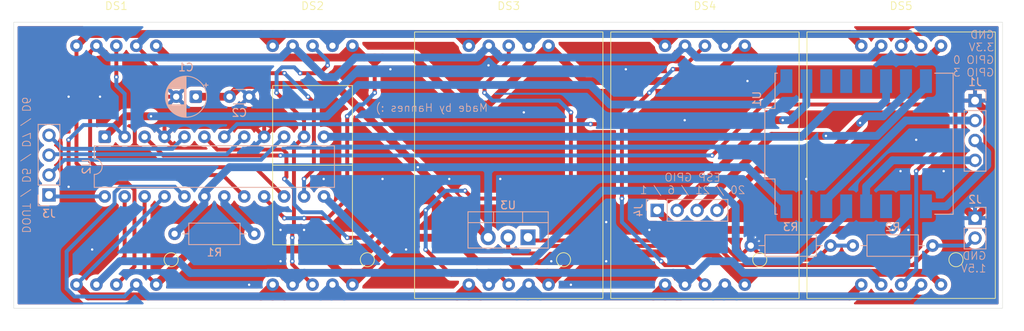
<source format=kicad_pcb>
(kicad_pcb (version 20241229) (generator "pcbnew") (generator_version "9.0")
  (layers (0 "F.Cu" signal) (2 "B.Cu" signal) (13 "F.Paste" user) (15 "B.Paste" user) (5 "F.SilkS" user "F.Silkscreen") (7 "B.SilkS" user "B.Silkscreen") (1 "F.Mask" user) (3 "B.Mask" user) (25 "Edge.Cuts" user))
  (net 0 "")
  (net 1 "GND")
  (net 2 "Net-(U2-V+)")
  (net 3 "Net-(DS1-B)")
  (net 4 "Net-(DS1-G)")
  (net 5 "Net-(DS1-DP)")
  (net 6 "Net-(U2-DIG_0)")
  (net 7 "Net-(DS1-C)")
  (net 8 "Net-(DS1-A)")
  (net 9 "Net-(DS1-F)")
  (net 10 "Net-(DS1-E)")
  (net 11 "Net-(DS1-D)")
  (net 12 "Net-(U2-DIG_1)")
  (net 13 "Net-(U2-DIG_2)")
  (net 14 "Net-(U2-DIG_3)")
  (net 15 "Net-(U2-DIG_4)")
  (net 16 "Net-(J1-Pin_3)")
  (net 17 "Net-(J1-Pin_2)")
  (net 18 "Net-(J1-Pin_4)")
  (net 19 "/1.5V")
  (net 20 "Net-(J3-Pin_1)")
  (net 21 "Net-(J3-Pin_2)")
  (net 22 "Net-(J3-Pin_3)")
  (net 23 "Net-(J3-Pin_4)")
  (net 24 "Net-(J4-Pin_3)")
  (net 25 "Net-(J4-Pin_4)")
  (net 26 "Net-(J4-Pin_1)")
  (net 27 "Net-(J4-Pin_2)")
  (net 28 "Net-(U2-ISET)")
  (net 29 "Net-(U3-ADJ)")
  (net 30 "Net-(U1-GPIO4)")
  (net 31 "Net-(U1-GPIO5)")
  (net 33 "Net-(U1-GPIO10)")
  (footprint "hannes_library:1106AW_1inch_7_segment" (layer "F.Cu") (at 86.08 88.24)
    (property "Reference" "DS1")
    (property "Value" "D1X8K-14BL")
  )
  (footprint "hannes_library:1106AW_1inch_7_segment" (layer "F.Cu") (at 161.08 88.24)
    (property "Reference" "DS4")
    (property "Value" "D1X8K-14BL")
  )
  (footprint "hannes_library:1106AW_1inch_7_segment" (layer "F.Cu") (at 186.08 88.24)
    (property "Reference" "DS5")
    (property "Value" "D1X8K-14BL")
  )
  (footprint "hannes_library:1106AW_1inch_7_segment" (layer "F.Cu") (at 111.08 88.24)
    (property "Reference" "DS2")
    (property "Value" "D1X8K-14BL")
  )
  (footprint "hannes_library:1106AW_1inch_7_segment" (layer "F.Cu") (at 136.08 88.24)
    (property "Reference" "DS3")
    (property "Value" "D1X8K-14BL")
  )
  (footprint "Resistor_THT:R_Axial_DIN0207_L6.3mm_D2.5mm_P10.16mm_Horizontal" (layer "B.Cu") (at 177.08 98.5 180)
    (property "Reference" "R3")
    (property "Value" "48R")
  )
  (footprint "Connector_PinHeader_2.54mm:PinHeader_1x04_P2.54mm_Vertical" (layer "B.Cu") (at 77.5 92.04)
    (property "Reference" "J3")
    (property "Value" "Conn_01x04_Pin")
  )
  (footprint "Resistor_THT:R_Axial_DIN0207_L6.3mm_D2.5mm_P10.16mm_Horizontal" (layer "B.Cu") (at 190.08 98.5 180)
    (property "Reference" "R2")
    (property "Value" "240R")
  )
  (footprint "Connector_PinHeader_2.54mm:PinHeader_1x02_P2.54mm_Vertical" (layer "B.Cu") (at 195.5 95 180)
    (property "Reference" "J2")
    (property "Value" "Conn_01x02_Pin")
  )
  (footprint "Package_DIP:DIP-24_W7.62mm" (layer "B.Cu") (at 84.600392 84.612277 -90)
    (property "Reference" "U2")
    (property "Value" "MAX7219")
  )
  (footprint "Capacitor_THT:CP_Radial_D5.0mm_P2.50mm" (layer "B.Cu") (at 96.205113 79.5 180)
    (property "Reference" "C1")
    (property "Value" "10uF")
  )
  (footprint "Resistor_THT:R_Axial_DIN0207_L6.3mm_D2.5mm_P10.16mm_Horizontal" (layer "B.Cu") (at 93.5 97)
    (property "Reference" "R1")
    (property "Value" "100K")
  )
  (footprint "Connector_PinHeader_2.54mm:PinHeader_1x04_P2.54mm_Vertical" (layer "B.Cu") (at 155 94 -90)
    (property "Reference" "J4")
    (property "Value" "Conn_01x04_Pin")
  )
  (footprint "Connector_PinHeader_2.54mm:PinHeader_1x04_P2.54mm_Vertical" (layer "B.Cu") (at 195.5 80 180)
    (property "Reference" "J1")
    (property "Value" "Conn_01x04_Pin")
  )
  (footprint "foots:MODULE_ESP32-C3_SUPERMINI" (layer "B.Cu") (at 181.36 85.5 -90)
    (property "Reference" "U1")
    (property "Value" "ESP32-C3_SUPERMINI_SMD")
  )
  (footprint "Capacitor_THT:C_Disc_D3.0mm_W1.6mm_P2.50mm" (layer "B.Cu") (at 100.5 79.5)
    (property "Reference" "C2")
    (property "Value" "100nF")
  )
  (footprint "Package_TO_SOT_THT:TO-220-3_Vertical" (layer "B.Cu") (at 138.54 97.45 180)
    (property "Reference" "U3")
    (property "Value" "LM317_TO-220")
  )
  (gr_rect (start 73 70) (end 199 106.5) (stroke (width 0.05)) (fill no) (layer "Edge.Cuts"))
  (gr_text "GND\n1.5V" (at 197 102 0) (layer "B.SilkS") (effects (font (size 1 1) (thickness 0.1)) (justify left bottom mirror)))
  (gr_text "ESP GPIO\n20 / 21 / 6 / 1" (at 159.5 92 0) (layer "B.SilkS") (effects (font (size 1 1) (thickness 0.1)) (justify bottom mirror)))
  (gr_text "DOUT / D5 / D7 / D6" (at 74 97 270) (layer "B.SilkS") (effects (font (size 1 1) (thickness 0.1)) (justify left bottom mirror)))
  (gr_text "GND\n3.3V\nGPIO 0\nGPIO 3" (at 198 77 0) (layer "B.SilkS") (effects (font (size 1 1) (thickness 0.1)) (justify left bottom mirror)))
  (gr_text "Made by Hannes :)" (at 133.5 81.5 -0) (layer "B.SilkS") (effects (font (size 1 1) (thickness 0.1)) (justify left bottom mirror)))
  (segment (start 93.705113 79.5) (end 84 79.5) (width 0.5) (layer "F.Cu") (net 1))
  (segment (start 103 79.5) (end 104.920392 81.420392) (width 0.5) (layer "F.Cu") (net 1))
  (segment (start 191.75 91.25) (end 190.5 90) (width 1) (layer "F.Cu") (net 1))
  (segment (start 93.471392 83.361277) (end 103.669392 83.361277) (width 0.5) (layer "F.Cu") (net 1))
  (segment (start 197.051 93.449) (end 197.051 81.551) (width 1) (layer "F.Cu") (net 1))
  (segment (start 93.705113 79.5) (end 92.220392 80.984721) (width 0.5) (layer "F.Cu") (net 1))
  (segment (start 104.920392 81.420392) (end 104.920392 84.612277) (width 0.5) (layer "F.Cu") (net 1))
  (segment (start 88.5 83.5) (end 88.429392 83.570608) (width 0.5) (layer "F.Cu") (net 1))
  (segment (start 131.5 90) (end 128.5 90) (width 1) (layer "F.Cu") (net 1))
  (segment (start 92.220392 80.984721) (end 92.220392 84.612277) (width 0.5) (layer "F.Cu") (net 1))
  (segment (start 131.5 90) (end 121 79.5) (width 1) (layer "F.Cu") (net 1))
  (segment (start 195.5 95) (end 191.75 91.25) (width 1) (layer "F.Cu") (net 1))
  (segment (start 92.220392 84.612277) (end 93.471392 83.361277) (width 0.5) (layer "F.Cu") (net 1))
  (segment (start 88.429392 83.570608) (end 88.429392 86.070608) (width 0.5) (layer "F.Cu") (net 1))
  (segment (start 121 79.5) (end 121 76) (width 1) (layer "F.Cu") (net 1))
  (segment (start 195.5 95) (end 197.051 93.449) (width 1) (layer "F.Cu") (net 1))
  (segment (start 197.051 81.551) (end 195.5 80) (width 1) (layer "F.Cu") (net 1))
  (segment (start 190.5 90) (end 174 90) (width 1) (layer "F.Cu") (net 1))
  (segment (start 88.429392 86.070608) (end 88.25 86.25) (width 0.5) (layer "F.Cu") (net 1))
  (segment (start 103.669392 83.361277) (end 104.920392 84.612277) (width 0.5) (layer "F.Cu") (net 1))
  (segment (start 135 90) (end 131.5 90) (width 1) (layer "F.Cu") (net 1))
  (via (at 148.5 100.5) (size 0.6) (drill 0.3) (layers "F.Cu" "B.Cu") (net 1))
  (via (at 154 96.5) (size 0.6) (drill 0.3) (layers "F.Cu" "B.Cu") (net 1))
  (via (at 166.5 77.5) (size 0.6) (drill 0.3) (layers "F.Cu" "B.Cu") (net 1))
  (via (at 110 96.5) (size 0.6) (drill 0.3) (layers "F.Cu" "B.Cu") (net 1))
  (via (at 120 90) (size 0.6) (drill 0.3) (layers "F.Cu" "B.Cu") (net 1))
  (via (at 121 76) (size 0.6) (drill 0.3) (layers "F.Cu" "B.Cu") (net 1))
  (via (at 103 103.5) (size 0.6) (drill 0.3) (layers "F.Cu" "B.Cu") (net 1))
  (via (at 83 99) (size 0.6) (drill 0.3) (layers "F.Cu" "B.Cu") (net 1))
  (via (at 144 103.5) (size 0.6) (drill 0.3) (layers "F.Cu" "B.Cu") (net 1))
  (via (at 123 99) (size 0.6) (drill 0.3) (layers "F.Cu" "B.Cu") (net 1))
  (via (at 128.5 90) (size 0.6) (drill 0.3) (layers "F.Cu" "B.Cu") (net 1))
  (via (at 187 96.5) (size 0.6) (drill 0.3) (layers "F.Cu" "B.Cu") (net 1))
  (via (at 138 81.5) (size 0.6) (drill 0.3) (layers "F.Cu" "B.Cu") (net 1))
  (via (at 112.5 90) (size 0.6) (drill 0.3) (layers "F.Cu" "B.Cu") (net 1))
  (via (at 80 91) (size 0.6) (drill 0.3) (layers "F.Cu" "B.Cu") (net 1))
  (via (at 133.5 75.5) (size 0.6) (drill 0.3) (layers "F.Cu" "B.Cu") (net 1))
  (via (at 148.5 95.5) (size 0.6) (drill 0.3) (layers "F.Cu" "B.Cu") (net 1))
  (via (at 186 89) (size 0.6) (drill 0.3) (layers "F.Cu" "B.Cu") (net 1))
  (via (at 135 90) (size 0.6) (drill 0.3) (layers "F.Cu" "B.Cu") (net 1))
  (via (at 107 100.5) (size 0.6) (drill 0.3) (layers "F.Cu" "B.Cu") (net 1))
  (via (at 158.5 82.5) (size 0.6) (drill 0.3) (layers "F.Cu" "B.Cu") (net 1))
  (via (at 174 90) (size 0.6) (drill 0.3) (layers "F.Cu" "B.Cu") (net 1))
  (via (at 151 76) (size 0.6) (drill 0.3) (layers "F.Cu" "B.Cu") (net 1))
  (via (at 107 96.5) (size 0.6) (drill 0.3) (layers "F.Cu" "B.Cu") (net 1))
  (via (at 141.5 100.5) (size 0.6) (drill 0.3) (layers "F.Cu" "B.Cu") (net 1))
  (via (at 80 79.5) (size 0.6) (drill 0.3) (layers "F.Cu" "B.Cu") (net 1))
  (via (at 191.5 89) (size 0.6) (drill 0.3) (layers "F.Cu" "B.Cu") (net 1))
  (via (at 84 79.5) (size 0.6) (drill 0.3) (layers "F.Cu" "B.Cu") (net 1))
  (via (at 188 85) (size 0.6) (drill 0.3) (layers "F.Cu" "B.Cu") (net 1))
  (segment (start 166.92 92.42) (end 166.92 98.5) (width 1) (layer "B.Cu") (net 1))
  (segment (start 110 96.5) (end 107 96.5) (width 1) (layer "B.Cu") (net 1))
  (segment (start 117 76) (end 112.499 80.501) (width 1) (layer "B.Cu") (net 1))
  (segment (start 112.499 80.501) (end 104.001 80.501) (width 1) (layer "B.Cu") (net 1))
  (segment (start 135 90) (end 164.5 90) (width 1) (layer "B.Cu") (net 1))
  (segment (start 164.5 90) (end 166.92 92.42) (width 1) (layer "B.Cu") (net 1))
  (segment (start 121 76) (end 117 76) (width 1) (layer "B.Cu") (net 1))
  (segment (start 174 96) (end 171.5 98.5) (width 1) (layer "B.Cu") (net 1))
  (segment (start 174 93.485) (end 174 96) (width 1) (layer "B.Cu") (net 1))
  (segment (start 174 93.485) (end 174 90) (width 1) (layer "B.Cu") (net 1))
  (segment (start 104.001 80.501) (end 103 79.5) (width 1) (layer "B.Cu") (net 1))
  (segment (start 84 79.5) (end 80 79.5) (width 0.5) (layer "B.Cu") (net 1))
  (segment (start 171.5 98.5) (end 166.92 98.5) (width 1) (layer "B.Cu") (net 1))
  (segment (start 128.5 90) (end 120 90) (width 1) (layer "B.Cu") (net 1))
  (segment (start 102.001 77.999) (end 100.5 79.5) (width 1) (layer "F.Cu") (net 2))
  (segment (start 133.46 97.45) (end 114.009 77.999) (width 1) (layer "F.Cu") (net 2))
  (segment (start 100.5 79.5) (end 96.205113 79.5) (width 1) (layer "F.Cu") (net 2))
  (segment (start 114.009 77.999) (end 102.001 77.999) (width 1) (layer "F.Cu") (net 2))
  (via (at 124.5 88.5) (size 0.6) (drill 0.3) (layers "F.Cu" "B.Cu") (net 2))
  (segment (start 97.300392 92.232277) (end 97.300392 91.699608) (width 1) (layer "B.Cu") (net 2))
  (segment (start 133.46 88.96) (end 133 88.5) (width 1) (layer "B.Cu") (net 2))
  (segment (start 97.300392 91.699608) (end 100.5 88.5) (width 1) (layer "B.Cu") (net 2))
  (segment (start 133.54 88.96) (end 134 88.5) (width 1) (layer "B.Cu") (net 2))
  (segment (start 166.475 88.5) (end 171.46 93.485) (width 1) (layer "B.Cu") (net 2))
  (segment (start 124.5 88.5) (end 133 88.5) (width 1) (layer "B.Cu") (net 2))
  (segment (start 133.46 97.45) (end 133.46 88.96) (width 1) (layer "B.Cu") (net 2))
  (segment (start 133.46 88.96) (end 133.54 88.96) (width 1) (layer "B.Cu") (net 2))
  (segment (start 97.300392 92.232277) (end 97.300392 93.199608) (width 1) (layer "B.Cu") (net 2))
  (segment (start 134 88.5) (end 166.475 88.5) (width 1) (layer "B.Cu") (net 2))
  (segment (start 97.300392 93.199608) (end 93.5 97) (width 1) (layer "B.Cu") (net 2))
  (segment (start 100.5 88.5) (end 124.5 88.5) (width 1) (layer "B.Cu") (net 2))
  (segment (start 133 88.5) (end 134 88.5) (width 1) (layer "B.Cu") (net 2))
  (segment (start 167.661 74.501) (end 189.659 74.501) (width 1) (layer "F.Cu") (net 3))
  (segment (start 117.662 74.5) (end 119 74.5) (width 1) (layer "F.Cu") (net 3))
  (segment (start 107.5 95) (end 104.920392 92.420392) (width 0.5) (layer "F.Cu") (net 3))
  (segment (start 119 75.5) (end 118 74.5) (width 0.5) (layer "F.Cu") (net 3))
  (segment (start 91.16 73) (end 92.661 74.501) (width 1) (layer "F.Cu") (net 3))
  (segment (start 116.16 73) (end 117.661 74.501) (width 1) (layer "F.Cu") (net 3))
  (segment (start 124 74.5) (end 120 74.5) (width 1) (layer "F.Cu") (net 3))
  (segment (start 141.16 74.341) (end 141.16 73) (width 1) (layer "F.Cu") (net 3))
  (segment (start 141 74.501) (end 141.16 74.341) (width 1) (layer "F.Cu") (net 3))
  (segment (start 139.5 74.5) (end 133.5 80.5) (width 1) (layer "F.Cu") (net 3))
  (segment (start 142.661 74.501) (end 145.66 77.5) (width 1) (layer "F.Cu") (net 3))
  (segment (start 166.5 74.5) (end 166.16 74.16) (width 1) (layer "F.Cu") (net 3))
  (segment (start 189.659 74.501) (end 191.16 73) (width 1) (layer "F.Cu") (net 3))
  (segment (start 139.659 74.501) (end 139.658 74.5) (width 1) (layer "F.Cu") (net 3))
  (segment (start 141.16 73) (end 142.661 74.501) (width 1) (layer "F.Cu") (net 3))
  (segment (start 113 95) (end 110 95) (width 0.5) (layer "F.Cu") (net 3))
  (segment (start 167.661 74.501) (end 166.5 74.501) (width 1) (layer "F.Cu") (net 3))
  (segment (start 145.66 77.5) (end 161.66 77.5) (width 1) (layer "F.Cu") (net 3))
  (segment (start 119 75.5) (end 120 74.5) (width 0.5) (layer "F.Cu") (net 3))
  (segment (start 115.5 92.5) (end 113 95) (width 0.5) (layer "F.Cu") (net 3))
  (segment (start 119 74.5) (end 120 74.5) (width 1) (layer "F.Cu") (net 3))
  (segment (start 133.5 80.5) (end 130 80.5) (width 1) (layer "F.Cu") (net 3))
  (segment (start 166.5 74.501) (end 166.5 74.5) (width 1) (layer "F.Cu") (net 3))
  (segment (start 116 74.501) (end 116.16 74.341) (width 1) (layer "F.Cu") (net 3))
  (segment (start 142.661 74.501) (end 141 74.501) (width 1) (layer "F.Cu") (net 3))
  (segment (start 139.659 74.501) (end 141.16 73) (width 1) (layer "F.Cu") (net 3))
  (segment (start 92.661 74.501) (end 114.659 74.501) (width 1) (layer "F.Cu") (net 3))
  (segment (start 118 74.5) (end 117.662 74.5) (width 0.5) (layer "F.Cu") (net 3))
  (segment (start 114.659 74.501) (end 116.16 73) (width 1) (layer "F.Cu") (net 3))
  (segment (start 119 79) (end 119 75.5) (width 0.5) (layer "F.Cu") (net 3))
  (segment (start 104.920392 92.420392) (end 104.920392 92.232277) (width 0.5) (layer "F.Cu") (net 3))
  (segment (start 119 75.5) (end 119 74.5) (width 0.5) (layer "F.Cu") (net 3))
  (segment (start 116.16 74.341) (end 116.16 73) (width 1) (layer "F.Cu") (net 3))
  (segment (start 139.658 74.5) (end 139.5 74.5) (width 1) (layer "F.Cu") (net 3))
  (segment (start 130 80.5) (end 124 74.5) (width 1) (layer "F.Cu") (net 3))
  (segment (start 166.5 74.501) (end 164.659 74.501) (width 1) (layer "F.Cu") (net 3))
  (segment (start 166.16 73) (end 167.661 74.501) (width 1) (layer "F.Cu") (net 3))
  (segment (start 116 74.501) (end 114.659 74.501) (width 1) (layer "F.Cu") (net 3))
  (segment (start 166.16 74.16) (end 166.16 73) (width 1) (layer "F.Cu") (net 3))
  (segment (start 161.66 77.5) (end 164.659 74.501) (width 1) (layer "F.Cu") (net 3))
  (segment (start 117.661 74.501) (end 116 74.501) (width 1) (layer "F.Cu") (net 3))
  (segment (start 117.661 74.501) (end 117.662 74.5) (width 1) (layer "F.Cu") (net 3))
  (segment (start 115.5 82) (end 115.5 92.5) (width 0.5) (layer "F.Cu") (net 3))
  (segment (start 164.659 74.501) (end 166.16 73) (width 1) (layer "F.Cu") (net 3))
  (segment (start 141 74.501) (end 139.659 74.501) (width 1) (layer "F.Cu") (net 3))
  (via (at 115.5 82) (size 0.6) (drill 0.3) (layers "F.Cu" "B.Cu") (net 3))
  (via (at 110 95) (size 0.6) (drill 0.3) (layers "F.Cu" "B.Cu") (net 3))
  (via (at 119 79) (size 0.6) (drill 0.3) (layers "F.Cu" "B.Cu") (net 3))
  (via (at 107.5 95) (size 0.6) (drill 0.3) (layers "F.Cu" "B.Cu") (net 3))
  (segment (start 119 79) (end 117.5 80.5) (width 0.5) (layer "B.Cu") (net 3))
  (segment (start 117 80.5) (end 115.5 82) (width 0.5) (layer "B.Cu") (net 3))
  (segment (start 117.5 80.5) (end 117 80.5) (width 0.5) (layer "B.Cu") (net 3))
  (segment (start 110 95) (end 107.5 95) (width 0.5) (layer "B.Cu") (net 3))
  (segment (start 106 73) (end 107.501 71.499) (width 1) (layer "F.Cu") (net 4))
  (segment (start 154.499 71.499) (end 156 71.499) (width 1) (layer "F.Cu") (net 4))
  (segment (start 131 73) (end 132.501 71.499) (width 1) (layer "F.Cu") (net 4))
  (segment (start 131 71.499) (end 129.499 71.499) (width 1) (layer "F.Cu") (net 4))
  (segment (start 132.501 71.499) (end 154.499 71.499) (width 1) (layer "F.Cu") (net 4))
  (segment (start 156 73) (end 157.501 71.499) (width 1) (layer "F.Cu") (net 4))
  (segment (start 106 71.499) (end 104.499 71.499) (width 1) (layer "F.Cu") (net 4))
  (segment (start 106 73) (end 106 71.499) (width 1) (layer "F.Cu") (net 4))
  (segment (start 107.501 71.499) (end 129.499 71.499) (width 1) (layer "F.Cu") (net 4))
  (segment (start 131 71.499) (end 131 73) (width 1) (layer "F.Cu") (net 4))
  (segment (start 129.499 71.499) (end 131 73) (width 1) (layer "F.Cu") (net 4))
  (segment (start 82.5 89.5) (end 81 88) (width 0.5) (layer "F.Cu") (net 4))
  (segment (start 156 71.499) (end 156 73) (width 1) (layer "F.Cu") (net 4))
  (segment (start 156 71.499) (end 157.501 71.499) (width 1) (layer "F.Cu") (net 4))
  (segment (start 157.501 71.499) (end 179.499 71.499) (width 1) (layer "F.Cu") (net 4))
  (segment (start 107.501 71.499) (end 106 71.499) (width 1) (layer "F.Cu") (net 4))
  (segment (start 154.499 71.499) (end 156 73) (width 1) (layer "F.Cu") (net 4))
  (segment (start 179.499 71.499) (end 181 73) (width 1) (layer "F.Cu") (net 4))
  (segment (start 132.501 71.499) (end 131 71.499) (width 1) (layer "F.Cu") (net 4))
  (segment (start 82.501 71.499) (end 104.499 71.499) (width 1) (layer "F.Cu") (net 4))
  (segment (start 104.499 71.499) (end 106 73) (width 1) (layer "F.Cu") (net 4))
  (segment (start 81 88) (end 81 73) (width 0.5) (layer "F.Cu") (net 4))
  (segment (start 102.380392 92.232277) (end 99.648115 89.5) (width 0.5) (layer "F.Cu") (net 4))
  (segment (start 99.648115 89.5) (end 82.5 89.5) (width 0.5) (layer "F.Cu") (net 4))
  (segment (start 81 73) (end 82.501 71.499) (width 1) (layer "F.Cu") (net 4))
  (segment (start 116 101.979) (end 116.16 102.139) (width 1) (layer "F.Cu") (net 5))
  (segment (start 141.16 103.48) (end 142.661 101.979) (width 1) (layer "F.Cu") (net 5))
  (segment (start 136.300083 100.5) (end 132 100.5) (width 1) (layer "F.Cu") (net 5))
  (segment (start 116.16 103.48) (end 117.661 101.979) (width 1) (layer "F.Cu") (net 5))
  (segment (start 137.751083 101.951) (end 136.300083 100.5) (width 1) (layer "F.Cu") (net 5))
  (segment (start 167.661 101.979) (end 189.659 101.979) (width 1) (layer "F.Cu") (net 5))
  (segment (start 116.16 102.139) (end 116.16 103.48) (width 1) (layer "F.Cu") (net 5))
  (segment (start 142.661 101.979) (end 145.14 99.5) (width 1) (layer "F.Cu") (net 5))
  (segment (start 139.659 101.979) (end 139.631 101.951) (width 1) (layer "F.Cu") (net 5))
  (segment (start 111.68 99) (end 114.659 101.979) (width 1) (layer "F.Cu") (net 5))
  (segment (start 166.16 102.139) (end 166.16 103.48) (width 1) (layer "F.Cu") (net 5))
  (segment (start 117.661 101.979) (end 116 101.979) (width 1) (layer "F.Cu") (net 5))
  (segment (start 164.659 101.979) (end 166.16 103.48) (width 1) (layer "F.Cu") (net 5))
  (segment (start 189.659 101.979) (end 191.16 103.48) (width 1) (layer "F.Cu") (net 5))
  (segment (start 166.16 103.48) (end 167.661 101.979) (width 1) (layer "F.Cu") (net 5))
  (segment (start 117.661 101.839) (end 117.661 101.979) (width 1) (layer "F.Cu") (net 5))
  (segment (start 166 101.979) (end 164.659 101.979) (width 1) (layer "F.Cu") (net 5))
  (segment (start 116 101.979) (end 114.659 101.979) (width 1) (layer "F.Cu") (net 5))
  (segment (start 132 100.5) (end 129 97.5) (width 1) (layer "F.Cu") (net 5))
  (segment (start 141 101.979) (end 141 103.32) (width 1) (layer "F.Cu") (net 5))
  (segment (start 141 101.979) (end 139.659 101.979) (width 1) (layer "F.Cu") (net 5))
  (segment (start 139.659 101.979) (end 141.16 103.48) (width 1) (layer "F.Cu") (net 5))
  (segment (start 166 101.979) (end 166.16 102.139) (width 1) (layer "F.Cu") (net 5))
  (segment (start 122 97.5) (end 117.661 101.839) (width 1) (layer "F.Cu") (net 5))
  (segment (start 167.661 101.979) (end 166 101.979) (width 1) (layer "F.Cu") (net 5))
  (segment (start 95.64 99) (end 111.68 99) (width 1) (layer "F.Cu") (net 5))
  (segment (start 145.14 99.5) (end 162.18 99.5) (width 1) (layer "F.Cu") (net 5))
  (segment (start 89.680392 102.000392) (end 91.16 103.48) (width 0.5) (layer "F.Cu") (net 5))
  (segment (start 91.16 103.48) (end 95.64 99) (width 1) (layer "F.Cu") (net 5))
  (segment (start 114.659 101.979) (end 116.16 103.48) (width 1) (layer "F.Cu") (net 5))
  (segment (start 162.18 99.5) (end 164.659 101.979) (width 1) (layer "F.Cu") (net 5))
  (segment (start 141 103.32) (end 141.16 103.48) (width 1) (layer "F.Cu") (net 5))
  (segment (start 139.631 101.951) (end 137.751083 101.951) (width 1) (layer "F.Cu") (net 5))
  (segment (start 89.680392 92.232277) (end 89.680392 102.000392) (width 0.5) (layer "F.Cu") (net 5))
  (segment (start 142.661 101.979) (end 141 101.979) (width 1) (layer "F.Cu") (net 5))
  (segment (start 129 97.5) (end 122 97.5) (width 1) (layer "F.Cu") (net 5))
  (segment (start 87.5 90.5) (end 88.391392 91.391392) (width 0.5) (layer "F.Cu") (net 6))
  (segment (start 80 85) (end 80 88.5) (width 0.5) (layer "F.Cu") (net 6))
  (segment (start 88.391392 101.168608) (end 86.08 103.48) (width 0.5) (layer "F.Cu") (net 6))
  (segment (start 82 90.5) (end 87.5 90.5) (width 0.5) (layer "F.Cu") (net 6))
  (segment (start 88.391392 91.391392) (end 88.391392 101.168608) (width 0.5) (layer "F.Cu") (net 6))
  (segment (start 86.08 77) (end 86.08 73) (width 0.5) (layer "F.Cu") (net 6))
  (segment (start 80 88.5) (end 82 90.5) (width 0.5) (layer "F.Cu") (net 6))
  (via (at 86.08 77) (size 0.6) (drill 0.3) (layers "F.Cu" "B.Cu") (net 6))
  (via (at 80 85) (size 0.6) (drill 0.3) (layers "F.Cu" "B.Cu") (net 6))
  (segment (start 86.08 77) (end 86.08 78.08) (width 0.5) (layer "B.Cu") (net 6))
  (segment (start 81.881 83.119) (end 80 85) (width 0.5) (layer "B.Cu") (net 6))
  (segment (start 87.140392 84.612277) (end 85.647115 83.119) (width 0.5) (layer "B.Cu") (net 6))
  (segment (start 85.647115 83.119) (end 81.881 83.119) (width 0.5) (layer "B.Cu") (net 6))
  (segment (start 87.140392 79.140392) (end 87.140392 84.612277) (width 0.5) (layer "B.Cu") (net 6))
  (segment (start 86.08 78.08) (end 87.140392 79.140392) (width 0.5) (layer "B.Cu") (net 6))
  (segment (start 163.62 104.861) (end 163.62 103.48) (width 1) (layer "B.Cu") (net 7))
  (segment (start 138.62 103.48) (end 140.121 104.981) (width 1) (layer "B.Cu") (net 7))
  (segment (start 79.749 99.251) (end 79.749 103.998182) (width 0.5) (layer "B.Cu") (net 7))
  (segment (start 113.5 104.981) (end 112.119 104.981) (width 1) (layer "B.Cu") (net 7))
  (segment (start 140.121 104.981) (end 138.5 104.981) (width 1) (layer "B.Cu") (net 7))
  (segment (start 80.750818 105) (end 87.1 105) (width 0.5) (layer "B.Cu") (net 7))
  (segment (start 163.62 103.48) (end 165.121 104.981) (width 1) (layer "B.Cu") (net 7))
  (segment (start 165.121 104.981) (end 163.5 104.981) (width 1) (layer "B.Cu") (net 7))
  (segment (start 187.119 104.981) (end 188.62 103.48) (width 1) (layer "B.Cu") (net 7))
  (segment (start 112.119 104.981) (end 113.62 103.48) (width 1) (layer "B.Cu") (net 7))
  (segment (start 79.749 103.998182) (end 80.750818 105) (width 0.5) (layer "B.Cu") (net 7))
  (segment (start 94.760392 92.232277) (end 93.509392 90.981277) (width 0.5) (layer "B.Cu") (net 7))
  (segment (start 113.5 104.981) (end 113.62 104.861) (width 1) (layer "B.Cu") (net 7))
  (segment (start 138.62 104.861) (end 138.62 103.48) (width 1) (layer "B.Cu") (net 7))
  (segment (start 88.62 103.48) (end 90.121 104.981) (width 1) (layer "B.Cu") (net 7))
  (segment (start 138.5 104.981) (end 138.62 104.861) (width 1) (layer "B.Cu") (net 7))
  (segment (start 140.121 104.981) (end 162.119 104.981) (width 1) (layer "B.Cu") (net 7))
  (segment (start 138.5 104.981) (end 137.119 104.981) (width 1) (layer "B.Cu") (net 7))
  (segment (start 137.119 104.981) (end 138.62 103.48) (width 1) (layer "B.Cu") (net 7))
  (segment (start 93.509392 90.981277) (end 86.58421 90.981277) (width 0.5) (layer "B.Cu") (net 7))
  (segment (start 113.62 104.861) (end 113.62 103.48) (width 1) (layer "B.Cu") (net 7))
  (segment (start 165.121 104.981) (end 187.119 104.981) (width 1) (layer "B.Cu") (net 7))
  (segment (start 115.121 104.981) (end 137.119 104.981) (width 1) (layer "B.Cu") (net 7))
  (segment (start 162.119 104.981) (end 163.62 103.48) (width 1) (layer "B.Cu") (net 7))
  (segment (start 87.1 105) (end 88.62 103.48) (width 0.5) (layer "B.Cu") (net 7))
  (segment (start 85.851392 91.714095) (end 85.851392 93.148608) (width 0.5) (layer "B.Cu") (net 7))
  (segment (start 113.62 103.48) (end 115.121 104.981) (width 1) (layer "B.Cu") (net 7))
  (segment (start 86.58421 90.981277) (end 85.851392 91.714095) (width 0.5) (layer "B.Cu") (net 7))
  (segment (start 163.5 104.981) (end 163.62 104.861) (width 1) (layer "B.Cu") (net 7))
  (segment (start 90.121 104.981) (end 112.119 104.981) (width 1) (layer "B.Cu") (net 7))
  (segment (start 163.5 104.981) (end 162.119 104.981) (width 1) (layer "B.Cu") (net 7))
  (segment (start 85.851392 93.148608) (end 79.749 99.251) (width 0.5) (layer "B.Cu") (net 7))
  (segment (start 115.121 104.981) (end 113.5 104.981) (width 1) (layer "B.Cu") (net 7))
  (segment (start 107.5 76.5) (end 92.12 76.5) (width 0.5) (layer "F.Cu") (net 8))
  (segment (start 111.251392 88.749392) (end 111.251392 80.251392) (width 0.5) (layer "F.Cu") (net 8))
  (segment (start 92.12 76.5) (end 88.62 73) (width 0.5) (layer "F.Cu") (net 8))
  (segment (start 110.000392 90.000392) (end 111.251392 88.749392) (width 0.5) (layer "F.Cu") (net 8))
  (segment (start 111.251392 80.251392) (end 110.5 79.5) (width 0.5) (layer "F.Cu") (net 8))
  (via (at 107.5 76.5) (size 0.6) (drill 0.3) (layers "F.Cu" "B.Cu") (net 8))
  (via (at 110.5 79.5) (size 0.6) (drill 0.3) (layers "F.Cu" "B.Cu") (net 8))
  (via (at 110.000392 90.000392) (size 0.6) (drill 0.3) (layers "F.Cu" "B.Cu") (net 8))
  (segment (start 115.121 71.499) (end 137.119 71.499) (width 1) (layer "B.Cu") (net 8))
  (segment (start 113.62 73) (end 115.121 71.499) (width 1) (layer "B.Cu") (net 8))
  (segment (start 138.62 73) (end 140.121 71.499) (width 1) (layer "B.Cu") (net 8))
  (segment (start 163.5 71.499) (end 163.62 71.619) (width 1) (layer "B.Cu") (net 8))
  (segment (start 113.62 71.619) (end 113.5 71.499) (width 1) (layer "B.Cu") (net 8))
  (segment (start 163.62 73) (end 165.121 71.499) (width 1) (layer "B.Cu") (net 8))
  (segment (start 138.5 71.499) (end 138.62 71.619) (width 1) (layer "B.Cu") (net 8))
  (segment (start 110.5 79.5) (end 107.5 76.5) (width 0.5) (layer "B.Cu") (net 8))
  (segment (start 140.121 71.499) (end 162.119 71.499) (width 1) (layer "B.Cu") (net 8))
  (segment (start 163.62 71.619) (end 163.62 73) (width 1) (layer "B.Cu") (net 8))
  (segment (start 138.5 71.499) (end 140.121 71.499) (width 1) (layer "B.Cu") (net 8))
  (segment (start 90.121 71.499) (end 112.119 71.499) (width 1) (layer "B.Cu") (net 8))
  (segment (start 137.119 71.499) (end 138.62 73) (width 1) (layer "B.Cu") (net 8))
  (segment (start 163.5 71.499) (end 165.121 71.499) (width 1) (layer "B.Cu") (net 8))
  (segment (start 113.5 71.499) (end 115.121 71.499) (width 1) (layer "B.Cu") (net 8))
  (segment (start 110 90) (end 110.000392 90.000392) (width 0.5) (layer "B.Cu") (net 8))
  (segment (start 88.62 73) (end 90.121 71.499) (width 1) (layer "B.Cu") (net 8))
  (segment (start 162.119 71.499) (end 163.5 71.499) (width 1) (layer "B.Cu") (net 8))
  (segment (start 138.62 71.619) (end 138.62 73) (width 1) (layer "B.Cu") (net 8))
  (segment (start 113.62 73) (end 113.62 71.619) (width 1) (layer "B.Cu") (net 8))
  (segment (start 187.119 71.499) (end 188.62 73) (width 1) (layer "B.Cu") (net 8))
  (segment (start 112.119 71.499) (end 113.5 71.499) (width 1) (layer "B.Cu") (net 8))
  (segment (start 137.119 71.499) (end 138.5 71.499) (width 1) (layer "B.Cu") (net 8))
  (segment (start 112.119 71.499) (end 113.62 73) (width 1) (layer "B.Cu") (net 8))
  (segment (start 162.119 71.499) (end 163.62 73) (width 1) (layer "B.Cu") (net 8))
  (segment (start 165.121 71.499) (end 187.119 71.499) (width 1) (layer "B.Cu") (net 8))
  (segment (start 110.000392 92.232277) (end 110.000392 90.000392) (width 0.5) (layer "B.Cu") (net 8))
  (segment (start 107.460392 92.232277) (end 103.728115 88.5) (width 0.5) (layer "F.Cu") (net 9))
  (segment (start 82.740001 87.740001) (end 82.740001 73.799999) (width 0.5) (layer "F.Cu") (net 9))
  (segment (start 82.740001 73.799999) (end 83.54 73) (width 0.5) (layer "F.Cu") (net 9))
  (segment (start 83.5 88.5) (end 82.740001 87.740001) (width 0.5) (layer "F.Cu") (net 9))
  (segment (start 103.728115 88.5) (end 83.5 88.5) (width 0.5) (layer "F.Cu") (net 9))
  (segment (start 135.041 74.501) (end 157.039 74.501) (width 1) (layer "B.Cu") (net 9))
  (segment (start 83.54 73) (end 85.041 74.501) (width 1) (layer "B.Cu") (net 9))
  (segment (start 107.039 74.501) (end 108.54 73) (width 1) (layer "B.Cu") (net 9))
  (segment (start 114.001 77) (end 116.5 74.501) (width 1) (layer "B.Cu") (net 9))
  (segment (start 85.041 74.501) (end 107.039 74.501) (width 1) (layer "B.Cu") (net 9))
  (segment (start 158.54 73) (end 160.041 74.501) (width 1) (layer "B.Cu") (net 9))
  (segment (start 157.039 74.501) (end 158.54 73) (width 1) (layer "B.Cu") (net 9))
  (segment (start 160.041 74.501) (end 182.039 74.501) (width 1) (layer "B.Cu") (net 9))
  (segment (start 182.039 74.501) (end 183.54 73) (width 1) (layer "B.Cu") (net 9))
  (segment (start 132.039 74.501) (end 133.54 73) (width 1) (layer "B.Cu") (net 9))
  (segment (start 133.54 73) (end 135.041 74.501) (width 1) (layer "B.Cu") (net 9))
  (segment (start 108.54 73) (end 112.54 77) (width 1) (layer "B.Cu") (net 9))
  (segment (start 116.5 74.501) (end 132.039 74.501) (width 1) (layer "B.Cu") (net 9))
  (segment (start 112.54 77) (end 114.001 77) (width 1) (layer "B.Cu") (net 9))
  (segment (start 158 104.981) (end 179.499 104.981) (width 1) (layer "F.Cu") (net 10))
  (segment (start 81 103.48) (end 82.501 104.981) (width 1) (layer "F.Cu") (net 10))
  (segment (start 132.501 104.981) (end 154.499 104.981) (width 1) (layer "F.Cu") (net 10))
  (segment (start 106 104.981) (end 106 103.48) (width 1) (layer "F.Cu") (net 10))
  (segment (start 157.501 104.981) (end 158 104.981) (width 1) (layer "F.Cu") (net 10))
  (segment (start 156 104.981) (end 158 104.981) (width 1) (layer "F.Cu") (net 10))
  (segment (start 104.499 104.981) (end 106 103.48) (width 1) (layer "F.Cu") (net 10))
  (segment (start 131 103.48) (end 132.501 104.981) (width 1) (layer "F.Cu") (net 10))
  (segment (start 104.499 104.981) (end 106 104.981) (width 1) (layer "F.Cu") (net 10))
  (segment (start 156 103.48) (end 157.501 104.981) (width 1) (layer "F.Cu") (net 10))
  (segment (start 107.501 104.981) (end 129.499 104.981) (width 1) (layer "F.Cu") (net 10))
  (segment (start 154.499 104.981) (end 156 104.981) (width 1) (layer "F.Cu") (net 10))
  (segment (start 106 103.48) (end 107.501 104.981) (width 1) (layer "F.Cu") (net 10))
  (segment (start 106 104.981) (end 107.501 104.981) (width 1) (layer "F.Cu") (net 10))
  (segment (start 129.499 104.981) (end 131 104.981) (width 1) (layer "F.Cu") (net 10))
  (segment (start 129.499 104.981) (end 131 103.48) (width 1) (layer "F.Cu") (net 10))
  (segment (start 154.499 104.981) (end 156 103.48) (width 1) (layer "F.Cu") (net 10))
  (segment (start 82.501 104.981) (end 104.499 104.981) (width 1) (layer "F.Cu") (net 10))
  (segment (start 156 104.981) (end 156 103.48) (width 1) (layer "F.Cu") (net 10))
  (segment (start 131 104.981) (end 132.501 104.981) (width 1) (layer "F.Cu") (net 10))
  (segment (start 131 104.981) (end 131 103.48) (width 1) (layer "F.Cu") (net 10))
  (segment (start 179.499 104.981) (end 181 103.48) (width 1) (layer "F.Cu") (net 10))
  (segment (start 81 103.452669) (end 81 103.48) (width 0.5) (layer "B.Cu") (net 10))
  (segment (start 92.220392 92.232277) (end 81 103.452669) (width 0.5) (layer "B.Cu") (net 10))
  (segment (start 87.140392 99.879608) (end 83.54 103.48) (width 0.5) (layer "F.Cu") (net 11))
  (segment (start 87.140392 92.232277) (end 87.140392 99.879608) (width 0.5) (layer "F.Cu") (net 11))
  (segment (start 107.018 102) (end 106.642735 102) (width 1) (layer "B.Cu") (net 11))
  (segment (start 106.621735 101.979) (end 105.378265 101.979) (width 1) (layer "B.Cu") (net 11))
  (segment (start 133.54 103.48) (end 132.039 101.979) (width 1) (layer "B.Cu") (net 11))
  (segment (start 106.642735 102) (end 106.621735 101.979) (width 1) (layer "B.Cu") (net 11))
  (segment (start 133.5 101.979) (end 133.54 102.019) (width 1) (layer "B.Cu") (net 11))
  (segment (start 182.039 101.979) (end 166 101.979) (width 1) (layer "B.Cu") (net 11))
  (segment (start 157.039 101.979) (end 158.5 101.979) (width 1) (layer "B.Cu") (net 11))
  (segment (start 132.039 101.979) (end 136 101.979) (width 1) (layer "B.Cu") (net 11))
  (segment (start 160.041 101.979) (end 158.54 103.48) (width 1) (layer "B.Cu") (net 11))
  (segment (start 86.52 100.5) (end 83.54 103.48) (width 1) (layer "B.Cu") (net 11))
  (segment (start 105.378265 101.979) (end 105.357265 102) (width 1) (layer "B.Cu") (net 11))
  (segment (start 158.54 103.48) (end 157.039 101.979) (width 1) (layer "B.Cu") (net 11))
  (segment (start 158.5 101.979) (end 158.54 102.019) (width 1) (layer "B.Cu") (net 11))
  (segment (start 108.54 102.019) (end 108.54 103.48) (width 1) (layer "B.Cu") (net 11))
  (segment (start 132.039 101.979) (end 110.041 101.979) (width 1) (layer "B.Cu") (net 11))
  (segment (start 183.54 103.48) (end 182.039 101.979) (width 1) (layer "B.Cu") (net 11))
  (segment (start 133.5 101.979) (end 135.041 101.979) (width 1) (layer "B.Cu") (net 11))
  (segment (start 95.5 102) (end 94 100.5) (width 1) (layer "B.Cu") (net 11))
  (segment (start 105.357265 102) (end 95.5 102) (width 1) (layer "B.Cu") (net 11))
  (segment (start 94 100.5) (end 86.52 100.5) (width 1) (layer "B.Cu") (net 11))
  (segment (start 158.5 101.979) (end 160.041 101.979) (width 1) (layer "B.Cu") (net 11))
  (segment (start 166 101.979) (end 164.521 100.5) (width 1) (layer "B.Cu") (net 11))
  (segment (start 108.5 101.979) (end 110.041 101.979) (width 1) (layer "B.Cu") (net 11))
  (segment (start 164.521 100.5) (end 161.52 100.5) (width 1) (layer "B.Cu") (net 11))
  (segment (start 136 101.979) (end 135.041 101.979) (width 1) (layer "B.Cu") (net 11))
  (segment (start 107.039 101.979) (end 108.5 101.979) (width 1) (layer "B.Cu") (net 11))
  (segment (start 158.54 102.019) (end 158.54 103.48) (width 1) (layer "B.Cu") (net 11))
  (segment (start 135.041 101.979) (end 133.54 103.48) (width 1) (layer "B.Cu") (net 11))
  (segment (start 133.54 102.019) (end 133.54 103.48) (width 1) (layer "B.Cu") (net 11))
  (segment (start 161.52 100.5) (end 160.041 101.979) (width 1) (layer "B.Cu") (net 11))
  (segment (start 110.041 101.979) (end 108.54 103.48) (width 1) (layer "B.Cu") (net 11))
  (segment (start 108.54 103.48) (end 107.039 101.979) (width 1) (layer "B.Cu") (net 11))
  (segment (start 107.039 101.979) (end 107.018 102) (width 1) (layer "B.Cu") (net 11))
  (segment (start 108.5 101.979) (end 108.54 102.019) (width 1) (layer "B.Cu") (net 11))
  (segment (start 157.039 101.979) (end 136 101.979) (width 1) (layer "B.Cu") (net 11))
  (segment (start 113 75.5) (end 112.999 75.501) (width 0.5) (layer "F.Cu") (net 12))
  (segment (start 108.711392 85.901277) (end 110.000392 84.612277) (width 0.5) (layer "F.Cu") (net 12))
  (segment (start 110.000392 82.500392) (end 106.5 79) (width 0.5) (layer "F.Cu") (net 12))
  (segment (start 108.5 96.211392) (end 108.711392 96) (width 0.5) (layer "F.Cu") (net 12))
  (segment (start 110.000392 84.612277) (end 110.000392 82.500392) (width 0.5) (layer "F.Cu") (net 12))
  (segment (start 108.711392 96) (end 108.711392 85.901277) (width 0.5) (layer "F.Cu") (net 12))
  (segment (start 109.5 76.5) (end 112 76.5) (width 0.5) (layer "F.Cu") (net 12))
  (segment (start 108.5 97.5) (end 108.5 96.211392) (width 0.5) (layer "F.Cu") (net 12))
  (segment (start 108.5 100.9) (end 111.08 103.48) (width 0.5) (layer "F.Cu") (net 12))
  (segment (start 112 76.5) (end 112.999 75.501) (width 0.5) (layer "F.Cu") (net 12))
  (segment (start 108.5 100.5) (end 108.5 100.9) (width 0.5) (layer "F.Cu") (net 12))
  (via (at 108.5 97.5) (size 0.6) (drill 0.3) (layers "F.Cu" "B.Cu") (net 12))
  (via (at 106.5 79) (size 0.6) (drill 0.3) (layers "F.Cu" "B.Cu") (net 12))
  (via (at 112.999 75.501) (size 0.6) (drill 0.3) (layers "F.Cu" "B.Cu") (net 12))
  (via (at 109.5 76.5) (size 0.6) (drill 0.3) (layers "F.Cu" "B.Cu") (net 12))
  (via (at 108.5 100.5) (size 0.6) (drill 0.3) (layers "F.Cu" "B.Cu") (net 12))
  (segment (start 112.999 75.501) (end 112.999 74.919) (width 0.5) (layer "B.Cu") (net 12))
  (segment (start 112.999 74.919) (end 111.08 73) (width 0.5) (layer "B.Cu") (net 12))
  (segment (start 106.5 76.437925) (end 107.188925 75.749) (width 0.5) (layer "B.Cu") (net 12))
  (segment (start 106.5 79) (end 106.5 76.437925) (width 0.5) (layer "B.Cu") (net 12))
  (segment (start 107.188925 75.749) (end 108.749 75.749) (width 0.5) (layer "B.Cu") (net 12))
  (segment (start 108.5 100.5) (end 108.5 97.5) (width 0.5) (layer "B.Cu") (net 12))
  (segment (start 108.749 75.749) (end 109.5 76.5) (width 0.5) (layer "B.Cu") (net 12))
  (segment (start 115.5 97.5) (end 118.5 97.5) (width 0.5) (layer "F.Cu") (net 13))
  (segment (start 133 79) (end 133 78) (width 0.5) (layer "F.Cu") (net 13))
  (segment (start 128.729 102.229) (end 125.5 99) (width 0.5) (layer "F.Cu") (net 13))
  (segment (start 143 92.5) (end 131.5 92.5) (width 0.5) (layer "F.Cu") (net 13))
  (segment (start 134.829 102.229) (end 128.729 102.229) (width 0.5) (layer "F.Cu") (net 13))
  (segment (start 107.751 89.749) (end 107.5 90) (width 0.5) (layer "F.Cu") (net 13))
  (segment (start 97.300392 84.612277) (end 98.937115 86.249) (width 0.5) (layer "F.Cu") (net 13))
  (segment (start 107.311075 86.249) (end 107.751 86.688925) (width 0.5) (layer "F.Cu") (net 13))
  (segment (start 118.5 97.5) (end 120.5 95.5) (width 0.5) (layer "F.Cu") (net 13))
  (segment (start 144 91.5) (end 143 92.5) (width 0.5) (layer "F.Cu") (net 13))
  (segment (start 136.08 74.92) (end 136.08 73) (width 0.5) (layer "F.Cu") (net 13))
  (segment (start 124 95.5) (end 125.5 94) (width 0.5) (layer "F.Cu") (net 13))
  (segment (start 131.5 92.5) (end 130.5 91.5) (width 0.5) (layer "F.Cu") (net 13))
  (segment (start 120.5 95.5) (end 124 95.5) (width 0.5) (layer "F.Cu") (net 13))
  (segment (start 136.08 103.48) (end 134.829 102.229) (width 0.5) (layer "F.Cu") (net 13))
  (segment (start 98.937115 86.249) (end 107.311075 86.249) (width 0.5) (layer "F.Cu") (net 13))
  (segment (start 144 81.5) (end 144 91.5) (width 0.5) (layer "F.Cu") (net 13))
  (segment (start 133 78) (end 136.08 74.92) (width 0.5) (layer "F.Cu") (net 13))
  (segment (start 107.751 86.688925) (end 107.751 89.749) (width 0.5) (layer "F.Cu") (net 13))
  (via (at 130.5 91.5) (size 0.6) (drill 0.3) (layers "F.Cu" "B.Cu") (net 13))
  (via (at 144 81.5) (size 0.6) (drill 0.3) (layers "F.Cu" "B.Cu") (net 13))
  (via (at 107.5 90) (size 0.6) (drill 0.3) (layers "F.Cu" "B.Cu") (net 13))
  (via (at 115.5 97.5) (size 0.6) (drill 0.3) (layers "F.Cu" "B.Cu") (net 13))
  (via (at 125.5 99) (size 0.6) (drill 0.3) (layers "F.Cu" "B.Cu") (net 13))
  (via (at 133 79) (size 0.6) (drill 0.3) (layers "F.Cu" "B.Cu") (net 13))
  (via (at 125.5 94) (size 0.6) (drill 0.3) (layers "F.Cu" "B.Cu") (net 13))
  (segment (start 125.5 99) (end 125.5 94) (width 0.5) (layer "B.Cu") (net 13))
  (segment (start 108.749392 91.249392) (end 107.5 90) (width 0.5) (layer "B.Cu") (net 13))
  (segment (start 115.5 97.5) (end 112.249 94.249) (width 0.5) (layer "B.Cu") (net 13))
  (segment (start 142.5 80) (end 144 81.5) (width 0.5) (layer "B.Cu") (net 13))
  (segment (start 109.749 94.249) (end 108.749392 93.249392) (width 0.5) (layer "B.Cu") (net 13))
  (segment (start 134 80) (end 142.5 80) (width 0.5) (layer "B.Cu") (net 13))
  (segment (start 125.5 94) (end 128 91.5) (width 0.5) (layer "B.Cu") (net 13))
  (segment (start 133 79) (end 134 80) (width 0.5) (layer "B.Cu") (net 13))
  (segment (start 128 91.5) (end 130.5 91.5) (width 0.5) (layer "B.Cu") (net 13))
  (segment (start 112.249 94.249) (end 109.749 94.249) (width 0.5) (layer "B.Cu") (net 13))
  (segment (start 108.749392 93.249392) (end 108.749392 91.249392) (width 0.5) (layer "B.Cu") (net 13))
  (segment (start 158.08 76) (end 157 76) (width 0.5) (layer "F.Cu") (net 14))
  (segment (start 155.5 100.5) (end 156 101) (width 0.5) (layer "F.Cu") (net 14))
  (segment (start 156 101) (end 158.6 101) (width 0.5) (layer "F.Cu") (net 14))
  (segment (start 150.5 83.5) (end 150.5 83) (width 0.5) (layer "F.Cu") (net 14))
  (segment (start 150 83) (end 150.5 83.5) (width 0.5) (layer "F.Cu") (net 14))
  (segment (start 161.08 73) (end 158.08 76) (width 0.5) (layer "F.Cu") (net 14))
  (segment (start 150.5 83) (end 150.5 82.5) (width 0.5) (layer "F.Cu") (net 14))
  (segment (start 154 79) (end 150.5 82.5) (width 0.5) (layer "F.Cu") (net 14))
  (segment (start 150.5 82.5) (end 150 83) (width 0.5) (layer "F.Cu") (net 14))
  (segment (start 150.5 83) (end 150 83) (width 0.5) (layer "F.Cu") (net 14))
  (segment (start 150.5 92.5) (end 150.5 83.5) (width 0.5) (layer "F.Cu") (net 14))
  (segment (start 150 83) (end 146.5 83) (width 0.5) (layer "F.Cu") (net 14))
  (segment (start 158.6 101) (end 161.08 103.48) (width 0.5) (layer "F.Cu") (net 14))
  (via (at 155.5 100.5) (size 0.6) (drill 0.3) (layers "F.Cu" "B.Cu") (net 14))
  (via (at 157 76) (size 0.6) (drill 0.3) (layers "F.Cu" "B.Cu") (net 14))
  (via (at 154 79) (size 0.6) (drill 0.3) (layers "F.Cu" "B.Cu") (net 14))
  (via (at 150.5 92.5) (size 0.6) (drill 0.3) (layers "F.Cu" "B.Cu") (net 14))
  (via (at 146.5 83) (size 0.6) (drill 0.3) (layers "F.Cu" "B.Cu") (net 14))
  (segment (start 154.25 78.75) (end 154 79) (width 0.5) (layer "B.Cu") (net 14))
  (segment (start 150.5 92.5) (end 150.5 95.5) (width 0.5) (layer "B.Cu") (net 14))
  (segment (start 150.5 95.5) (end 155.5 100.5) (width 0.5) (layer "B.Cu") (net 14))
  (segment (start 99.840392 84.612277) (end 101.452669 83) (width 0.5) (layer "B.Cu") (net 14))
  (segment (start 130 83) (end 146.5 83) (width 0.5) (layer "B.Cu") (net 14))
  (segment (start 101.452669 83) (end 130 83) (width 0.5) (layer "B.Cu") (net 14))
  (segment (start 157 76) (end 154.25 78.75) (width 0.5) (layer "B.Cu") (net 14))
  (segment (start 187.58 71.5) (end 192 71.5) (width 0.5) (layer "F.Cu") (net 15))
  (segment (start 192 80.5) (end 193 81.5) (width 0.5) (layer "F.Cu") (net 15))
  (segment (start 89.680392 84.612277) (end 92.068115 87) (width 0.5) (layer "F.Cu") (net 15))
  (segment (start 192 80.5) (end 168.5 80.5) (width 0.5) (layer "F.Cu") (net 15))
  (segment (start 193 72.5) (end 193 79.5) (width 0.5) (layer "F.Cu") (net 15))
  (segment (start 193 79.5) (end 192 80.5) (width 0.5) (layer "F.Cu") (net 15))
  (segment (start 192.5 80.5) (end 193 80) (width 0.5) (layer "F.Cu") (net 15))
  (segment (start 192 80.5) (end 193 80.5) (width 0.5) (layer "F.Cu") (net 15))
  (segment (start 168.5 80.5) (end 162 87) (width 0.5) (layer "F.Cu") (net 15))
  (segment (start 92.068115 87) (end 107 87) (width 0.5) (layer "F.Cu") (net 15))
  (segment (start 186.08 73) (end 187.58 71.5) (width 0.5) (layer "F.Cu") (net 15))
  (segment (start 188 89) (end 193 84) (width 0.5) (layer "F.Cu") (net 15))
  (segment (start 192 80.5) (end 192.5 80.5) (width 0.5) (layer "F.Cu") (net 15))
  (segment (start 193 81.5) (end 193 81) (width 0.5) (layer "F.Cu") (net 15))
  (segment (start 193 80.5) (end 193 80) (width 0.5) (layer "F.Cu") (net 15))
  (segment (start 192 71.5) (end 193 72.5) (width 0.5) (layer "F.Cu") (net 15))
  (segment (start 192.5 80.5) (end 193 81) (width 0.5) (layer "F.Cu") (net 15))
  (segment (start 193 84) (end 193 81.5) (width 0.5) (layer "F.Cu") (net 15))
  (segment (start 193 81) (end 193 80.5) (width 0.5) (layer "F.Cu") (net 15))
  (segment (start 193 80) (end 193 79.5) (width 0.5) (layer "F.Cu") (net 15))
  (via (at 162 87) (size 0.6) (drill 0.3) (layers "F.Cu" "B.Cu") (net 15))
  (via (at 188 89) (size 0.6) (drill 0.3) (layers "F.Cu" "B.Cu") (net 15))
  (via (at 107 87) (size 0.6) (drill 0.3) (layers "F.Cu" "B.Cu") (net 15))
  (segment (start 188 101.56) (end 188 89) (width 0.5) (layer "B.Cu") (net 15))
  (segment (start 107 87) (end 162 87) (width 0.5) (layer "B.Cu") (net 15))
  (segment (start 186.08 103.48) (end 188 101.56) (width 0.5) (layer "B.Cu") (net 15))
  (segment (start 197.051 88.262446) (end 191.828446 93.485) (width 1) (layer "B.Cu") (net 16))
  (segment (start 191.828446 93.485) (end 189.24 93.485) (width 1) (layer "B.Cu") (net 16))
  (segment (start 197.051 86.631) (end 197.051 88.262446) (width 1) (layer "B.Cu") (net 16))
  (segment (start 195.5 85.08) (end 197.051 86.631) (width 1) (layer "B.Cu") (net 16))
  (segment (start 176.54 92.65847) (end 186.65847 82.54) (width 1) (layer "B.Cu") (net 17))
  (segment (start 186.65847 82.54) (end 195.5 82.54) (width 1) (layer "B.Cu") (net 17))
  (segment (start 176.54 93.485) (end 176.54 92.65847) (width 1) (layer "B.Cu") (net 17))
  (segment (start 184.9725 87.62) (end 181.62 90.9725) (width 1) (layer "B.Cu") (net 18))
  (segment (start 181.62 90.9725) (end 181.62 93.485) (width 1) (layer "B.Cu") (net 18))
  (segment (start 195.5 87.62) (end 184.9725 87.62) (width 1) (layer "B.Cu") (net 18))
  (segment (start 187.58 101) (end 165.024918 101) (width 0.5) (layer "F.Cu") (net 19))
  (segment (start 140.951 98.549) (end 140 99.5) (width 0.5) (layer "F.Cu") (net 19))
  (segment (start 165.024918 101) (end 162.573917 98.549) (width 0.5) (layer "F.Cu") (net 19))
  (segment (start 140 99.5) (end 136.645 99.5) (width 0.5) (layer "F.Cu") (net 19))
  (segment (start 136.645 99.5) (end 136 98.855) (width 0.5) (layer "F.Cu") (net 19))
  (segment (start 162.573917 98.549) (end 140.951 98.549) (width 0.5) (layer "F.Cu") (net 19))
  (segment (start 190.08 98.5) (end 187.58 101) (width 0.5) (layer "F.Cu") (net 19))
  (segment (start 136 98.855) (end 136 97.45) (width 0.5) (layer "F.Cu") (net 19))
  (segment (start 194.54 98.5) (end 195.5 97.54) (width 0.5) (layer "B.Cu") (net 19))
  (segment (start 190.08 98.5) (end 194.54 98.5) (width 0.5) (layer "B.Cu") (net 19))
  (segment (start 84.600392 92.232277) (end 77.692277 92.232277) (width 0.5) (layer "B.Cu") (net 20))
  (segment (start 77.692277 92.232277) (end 77.5 92.04) (width 0.5) (layer "B.Cu") (net 20))
  (segment (start 79.451 87.549) (end 104.523669 87.549) (width 0.5) (layer "B.Cu") (net 21))
  (segment (start 77.5 89.5) (end 79.451 87.549) (width 0.5) (layer "B.Cu") (net 21))
  (segment (start 104.523669 87.549) (end 107.460392 84.612277) (width 0.5) (layer "B.Cu") (net 21))
  (segment (start 77.612 86.848) (end 77.5 86.96) (width 0.5) (layer "B.Cu") (net 22))
  (segment (start 102.380392 84.612277) (end 100.144669 86.848) (width 0.5) (layer "B.Cu") (net 22))
  (segment (start 77.5 86.96) (end 77.54 87) (width 0.5) (layer "B.Cu") (net 22))
  (segment (start 100.144669 86.848) (end 77.612 86.848) (width 0.5) (layer "B.Cu") (net 22))
  (segment (start 79.227 86.147) (end 93.225669 86.147) (width 0.5) (layer "B.Cu") (net 23))
  (segment (start 77.5 84.42) (end 79.227 86.147) (width 0.5) (layer "B.Cu") (net 23))
  (segment (start 93.225669 86.147) (end 94.760392 84.612277) (width 0.5) (layer "B.Cu") (net 23))
  (segment (start 169.58 84.5) (end 176.5 84.5) (width 1) (layer "F.Cu") (net 24))
  (segment (start 160.27 94) (end 160.08 94) (width 1) (layer "F.Cu") (net 24))
  (segment (start 160.08 94) (end 169.58 84.5) (width 1) (layer "F.Cu") (net 24))
  (via (at 176.5 84.5) (size 0.6) (drill 0.3) (layers "F.Cu" "B.Cu") (net 24))
  (segment (start 189.24 78.26) (end 183 84.5) (width 1) (layer "B.Cu") (net 24))
  (segment (start 183 84.5) (end 176.5 84.5) (width 1) (layer "B.Cu") (net 24))
  (segment (start 189.24 77.515) (end 189.24 78.26) (width 1) (layer "B.Cu") (net 24))
  (segment (start 174.89947 88.799) (end 180.849235 82.849235) (width 1) (layer "F.Cu") (net 25))
  (segment (start 162.62 94) (end 167.821 88.799) (width 1) (layer "F.Cu") (net 25))
  (segment (start 167.821 88.799) (end 174.89947 88.799) (width 1) (layer "F.Cu") (net 25))
  (segment (start 162.81 94) (end 162.62 94) (width 1) (layer "F.Cu") (net 25))
  (via (at 180.849235 82.849235) (size 0.6) (drill 0.3) (layers "F.Cu" "B.Cu") (net 25))
  (segment (start 181.69847 82) (end 183.80153 82) (width 1) (layer "B.Cu") (net 25))
  (segment (start 180.849235 82.849235) (end 181.69847 82) (width 1) (layer "B.Cu") (net 25))
  (segment (start 186.7 79.10153) (end 186.7 77.515) (width 1) (layer "B.Cu") (net 25))
  (segment (start 183.80153 82) (end 186.7 79.10153) (width 1) (layer "B.Cu") (net 25))
  (segment (start 155 94) (end 157.5 96.5) (width 1) (layer "F.Cu") (net 26))
  (segment (start 157.5 96.5) (end 185 96.5) (width 1) (layer "F.Cu") (net 26))
  (via (at 185 96.5) (size 0.6) (drill 0.3) (layers "F.Cu" "B.Cu") (net 26))
  (segment (start 186.7 94.8) (end 186.7 93.485) (width 1) (layer "B.Cu") (net 26))
  (segment (start 185 96.5) (end 186.7 94.8) (width 1) (layer "B.Cu") (net 26))
  (segment (start 157.54 94) (end 169.04 82.5) (width 1) (layer "F.Cu") (net 27))
  (segment (start 157.54 94) (end 157.73 94) (width 1) (layer "F.Cu") (net 27))
  (segment (start 169.04 82.5) (end 171 82.5) (width 1) (layer "F.Cu") (net 27))
  (via (at 171 82.5) (size 0.6) (drill 0.3) (layers "F.Cu" "B.Cu") (net 27))
  (segment (start 174 80.5) (end 174 77.515) (width 1) (layer "B.Cu") (net 27))
  (segment (start 171 82.5) (end 172 82.5) (width 1) (layer "B.Cu") (net 27))
  (segment (start 172 82.5) (end 174 80.5) (width 1) (layer "B.Cu") (net 27))
  (segment (start 99.840392 93.180392) (end 99.840392 92.232277) (width 1) (layer "B.Cu") (net 28))
  (segment (start 103.66 97) (end 99.840392 93.180392) (width 1) (layer "B.Cu") (net 28))
  (segment (start 162.864281 97.848) (end 138.938 97.848) (width 0.5) (layer "F.Cu") (net 29))
  (segment (start 175.281 100.299) (end 165.315282 100.299) (width 0.5) (layer "F.Cu") (net 29))
  (segment (start 138.938 97.848) (end 138.54 97.45) (width 0.5) (layer "F.Cu") (net 29))
  (segment (start 177.08 98.5) (end 175.281 100.299) (width 0.5) (layer "F.Cu") (net 29))
  (segment (start 165.315282 100.299) (end 162.864281 97.848) (width 0.5) (layer "F.Cu") (net 29))
  (segment (start 177.08 98.5) (end 179.92 98.5) (width 0.5) (layer "B.Cu") (net 29))
  (segment (start 165 99.101368) (end 165 93.5) (width 1) (layer "B.Cu") (net 30))
  (segment (start 179.08 93.485) (end 179.08 94.42) (width 1) (layer "B.Cu") (net 30))
  (segment (start 179.08 94.42) (end 176.501 96.999) (width 1) (layer "B.Cu") (net 30))
  (segment (start 166.398632 100.5) (end 165 99.101368) (width 1) (layer "B.Cu") (net 30))
  (segment (start 120.808115 100.5) (end 112.540392 92.232277) (width 1) (layer "B.Cu") (net 30))
  (segment (start 173 100.5) (end 166.398632 100.5) (width 1) (layer "B.Cu") (net 30))
  (segment (start 176.501 96.999) (end 176.458265 96.999) (width 1) (layer "B.Cu") (net 30))
  (segment (start 148 91.5) (end 139 100.5) (width 1) (layer "B.Cu") (net 30))
  (segment (start 139 100.5) (end 120.808115 100.5) (width 1) (layer "B.Cu") (net 30))
  (segment (start 175.579 97.878265) (end 175.579 97.921) (width 1) (layer "B.Cu") (net 30))
  (segment (start 176.458265 96.999) (end 175.579 97.878265) (width 1) (layer "B.Cu") (net 30))
  (segment (start 175.579 97.921) (end 173 100.5) (width 1) (layer "B.Cu") (net 30))
  (segment (start 165 93.5) (end 163 91.5) (width 1) (layer "B.Cu") (net 30))
  (segment (start 163 91.5) (end 148 91.5) (width 1) (layer "B.Cu") (net 30))
  (segment (start 90.5 82) (end 87.212669 82) (width 1) (layer "F.Cu") (net 31))
  (segment (start 87.212669 82) (end 84.600392 84.612277) (width 1) (layer "F.Cu") (net 31))
  (via (at 90.5 82) (size 0.6) (drill 0.3) (layers "F.Cu" "B.Cu") (net 31))
  (segment (start 168.5 80.5) (end 171.5 77.5) (width 1) (layer "B.Cu") (net 31))
  (segment (start 90.5 82) (end 112.915628 82) (width 1) (layer "B.Cu") (net 31))
  (segment (start 146.5 78) (end 149 80.5) (width 1) (layer "B.Cu") (net 31))
  (segment (start 116.915628 78) (end 146.5 78) (width 1) (layer "B.Cu") (net 31))
  (segment (start 149 80.5) (end 168.5 80.5) (width 1) (layer "B.Cu") (net 31))
  (segment (start 112.915628 82) (end 116.915628 78) (width 1) (layer "B.Cu") (net 31))
  (segment (start 177.201 80.799) (end 173.387723 84.612277) (width 1) (layer "B.Cu") (net 33))
  (segment (start 184.16 77.515) (end 184.16 79.94306) (width 1) (layer "B.Cu") (net 33))
  (segment (start 183.30406 80.799) (end 177.201 80.799) (width 1) (layer "B.Cu") (net 33))
  (segment (start 184.16 79.94306) (end 183.30406 80.799) (width 1) (layer "B.Cu") (net 33))
  (segment (start 173.387723 84.612277) (end 112.540392 84.612277) (width 1) (layer "B.Cu") (net 33))
  (zone (net 1) (net_name "GND") (layers "F.Cu" "B.Cu") (connect_pads (clearance 0.5)) (min_thickness 0.25) (fill yes (thermal_gap 0.5) (thermal_bridge_width 0.5))
    (polygon (pts (xy 73 70) (xy 73 106.5) (xy 199 106.5) (xy 199 70)))
  )
)
</source>
